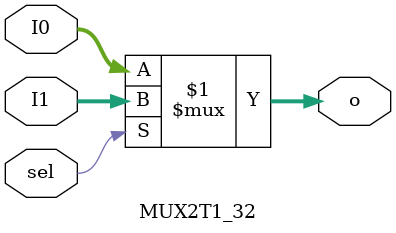
<source format=v>
`timescale 1ns / 1ps
module MUX2T1_32(input [31:0] I0,
					  input [31:0] I1,
					  input sel,
					  output [31:0] o
    );
assign o = sel ? I1 : I0;

endmodule

</source>
